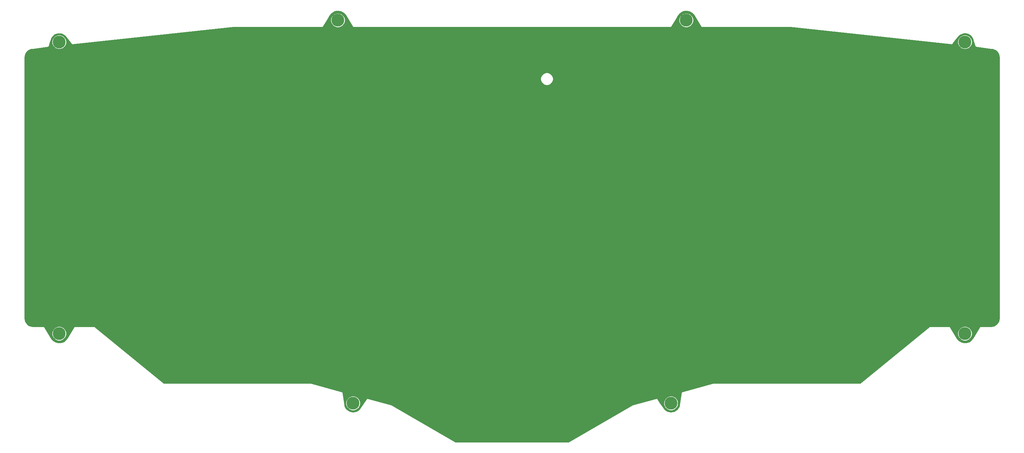
<source format=gbr>
G04 #@! TF.GenerationSoftware,KiCad,Pcbnew,(5.1.4-0)*
G04 #@! TF.CreationDate,2021-10-17T15:00:13-05:00*
G04 #@! TF.ProjectId,bottom_plate,626f7474-6f6d-45f7-906c-6174652e6b69,rev?*
G04 #@! TF.SameCoordinates,Original*
G04 #@! TF.FileFunction,Copper,L1,Top*
G04 #@! TF.FilePolarity,Positive*
%FSLAX46Y46*%
G04 Gerber Fmt 4.6, Leading zero omitted, Abs format (unit mm)*
G04 Created by KiCad (PCBNEW (5.1.4-0)) date 2021-10-17 15:00:13*
%MOMM*%
%LPD*%
G04 APERTURE LIST*
%ADD10C,3.500000*%
%ADD11C,0.500000*%
%ADD12C,0.254000*%
G04 APERTURE END LIST*
D10*
X73819060Y-79176797D03*
X73820040Y-158948739D03*
X150019380Y-73223743D03*
X154187295Y-177998755D03*
X245269780Y-73223743D03*
X241102993Y-177998755D03*
X321470256Y-79176797D03*
X321470100Y-158948675D03*
D11*
X323851535Y-100012710D03*
D12*
G36*
X245918243Y-70799193D02*
G01*
X246376820Y-70971241D01*
X246793240Y-71229082D01*
X247151653Y-71562898D01*
X247441342Y-71964046D01*
X247515825Y-72101802D01*
X247517266Y-72104845D01*
X249305105Y-75084577D01*
X249310388Y-75094461D01*
X249317548Y-75103185D01*
X249324260Y-75112227D01*
X249327019Y-75114725D01*
X249329383Y-75117606D01*
X249338101Y-75124761D01*
X249346454Y-75132325D01*
X249349648Y-75134238D01*
X249352528Y-75136601D01*
X249362473Y-75141917D01*
X249372142Y-75147706D01*
X249375648Y-75148959D01*
X249378934Y-75150715D01*
X249389731Y-75153990D01*
X249400339Y-75157780D01*
X249404020Y-75158324D01*
X249407586Y-75159406D01*
X249418812Y-75160512D01*
X249429958Y-75162160D01*
X249441130Y-75161606D01*
X273837029Y-75161606D01*
X317876861Y-79922649D01*
X317886460Y-79924359D01*
X317899192Y-79924103D01*
X317911901Y-79924224D01*
X317914125Y-79923804D01*
X317916395Y-79923758D01*
X317928831Y-79921024D01*
X317941322Y-79918663D01*
X317943424Y-79917816D01*
X317945638Y-79917329D01*
X317957283Y-79912229D01*
X317969092Y-79907469D01*
X317970992Y-79906225D01*
X317973064Y-79905318D01*
X317983480Y-79898052D01*
X317994144Y-79891072D01*
X317995765Y-79889482D01*
X317997621Y-79888187D01*
X318006420Y-79879028D01*
X318015517Y-79870103D01*
X318021014Y-79862043D01*
X318716437Y-78979125D01*
X319463256Y-78979125D01*
X319463256Y-79374469D01*
X319540384Y-79762217D01*
X319691676Y-80127468D01*
X319911317Y-80456185D01*
X320190868Y-80735736D01*
X320519585Y-80955377D01*
X320884836Y-81106669D01*
X321272584Y-81183797D01*
X321667928Y-81183797D01*
X322055676Y-81106669D01*
X322420927Y-80955377D01*
X322749644Y-80735736D01*
X323029195Y-80456185D01*
X323248836Y-80127468D01*
X323400128Y-79762217D01*
X323477256Y-79374469D01*
X323477256Y-78979125D01*
X323400128Y-78591377D01*
X323248836Y-78226126D01*
X323029195Y-77897409D01*
X322749644Y-77617858D01*
X322420927Y-77398217D01*
X322055676Y-77246925D01*
X321667928Y-77169797D01*
X321272584Y-77169797D01*
X320884836Y-77246925D01*
X320519585Y-77398217D01*
X320190868Y-77617858D01*
X319911317Y-77897409D01*
X319691676Y-78226126D01*
X319540384Y-78591377D01*
X319463256Y-78979125D01*
X318716437Y-78979125D01*
X319843658Y-77547993D01*
X320189612Y-77263847D01*
X320585560Y-77051564D01*
X321015196Y-76920232D01*
X321462166Y-76874850D01*
X321909435Y-76917149D01*
X322339968Y-77045516D01*
X322737369Y-77255064D01*
X323086501Y-77537812D01*
X323374064Y-77882986D01*
X323589823Y-78278758D01*
X323704514Y-78621206D01*
X323704804Y-78622482D01*
X324298550Y-80403278D01*
X324298865Y-80405328D01*
X324303266Y-80417423D01*
X324304985Y-80422579D01*
X324305833Y-80424477D01*
X324309103Y-80433465D01*
X324311920Y-80438108D01*
X324314136Y-80443071D01*
X324319670Y-80450884D01*
X324324633Y-80459064D01*
X324328301Y-80463067D01*
X324331443Y-80467503D01*
X324338402Y-80474092D01*
X324344860Y-80481141D01*
X324349233Y-80484348D01*
X324353185Y-80488090D01*
X324361298Y-80493196D01*
X324369004Y-80498847D01*
X324373924Y-80501142D01*
X324378526Y-80504038D01*
X324387473Y-80507461D01*
X324396139Y-80511503D01*
X324401411Y-80512794D01*
X324406490Y-80514737D01*
X324415925Y-80516347D01*
X324417938Y-80516840D01*
X324423308Y-80517607D01*
X324436005Y-80519774D01*
X324438080Y-80519717D01*
X328599903Y-81114263D01*
X328603237Y-81114409D01*
X329046868Y-81157908D01*
X329463238Y-81283617D01*
X329847258Y-81487804D01*
X330184307Y-81762694D01*
X330461539Y-82097811D01*
X330668406Y-82480404D01*
X330797019Y-82895882D01*
X330843234Y-83335591D01*
X330843264Y-83344232D01*
X330843289Y-154774035D01*
X330800116Y-155214340D01*
X330674407Y-155630710D01*
X330470219Y-156014731D01*
X330195330Y-156351779D01*
X329860213Y-156629011D01*
X329477620Y-156835878D01*
X329062142Y-156964491D01*
X328622433Y-157010706D01*
X328613744Y-157010736D01*
X325641209Y-157010801D01*
X325630022Y-157010246D01*
X325618862Y-157011896D01*
X325607647Y-157013001D01*
X325604085Y-157014081D01*
X325600403Y-157014626D01*
X325589784Y-157018420D01*
X325578995Y-157021693D01*
X325575713Y-157023447D01*
X325572207Y-157024700D01*
X325562532Y-157030493D01*
X325552590Y-157035807D01*
X325549714Y-157038167D01*
X325546518Y-157040081D01*
X325538153Y-157047656D01*
X325529445Y-157054803D01*
X325527085Y-157057678D01*
X325524325Y-157060178D01*
X325517599Y-157069238D01*
X325510451Y-157077948D01*
X325505181Y-157087807D01*
X323721996Y-160059783D01*
X323454158Y-160485676D01*
X323117851Y-160841747D01*
X322718782Y-161125716D01*
X322272162Y-161326762D01*
X321794999Y-161437230D01*
X321305463Y-161452914D01*
X320822206Y-161373214D01*
X320363630Y-161201165D01*
X319947208Y-160943324D01*
X319588795Y-160609508D01*
X319299109Y-160208364D01*
X319224623Y-160070605D01*
X319223181Y-160067559D01*
X318433248Y-158751003D01*
X319463100Y-158751003D01*
X319463100Y-159146347D01*
X319540228Y-159534095D01*
X319691520Y-159899346D01*
X319911161Y-160228063D01*
X320190712Y-160507614D01*
X320519429Y-160727255D01*
X320884680Y-160878547D01*
X321272428Y-160955675D01*
X321667772Y-160955675D01*
X322055520Y-160878547D01*
X322420771Y-160727255D01*
X322749488Y-160507614D01*
X323029039Y-160228063D01*
X323248680Y-159899346D01*
X323399972Y-159534095D01*
X323477100Y-159146347D01*
X323477100Y-158751003D01*
X323399972Y-158363255D01*
X323248680Y-157998004D01*
X323029039Y-157669287D01*
X322749488Y-157389736D01*
X322420771Y-157170095D01*
X322055520Y-157018803D01*
X321667772Y-156941675D01*
X321272428Y-156941675D01*
X320884680Y-157018803D01*
X320519429Y-157170095D01*
X320190712Y-157389736D01*
X319911161Y-157669287D01*
X319691520Y-157998004D01*
X319540228Y-158363255D01*
X319463100Y-158751003D01*
X318433248Y-158751003D01*
X317435344Y-157087832D01*
X317430054Y-157077937D01*
X317422898Y-157069219D01*
X317416187Y-157060178D01*
X317413422Y-157057674D01*
X317411057Y-157054793D01*
X317402349Y-157047647D01*
X317393993Y-157040081D01*
X317390794Y-157038165D01*
X317387911Y-157035800D01*
X317377971Y-157030488D01*
X317368304Y-157024700D01*
X317364793Y-157023445D01*
X317361504Y-157021688D01*
X317350718Y-157018417D01*
X317340108Y-157014626D01*
X317336421Y-157014081D01*
X317332851Y-157012998D01*
X317321635Y-157011894D01*
X317310489Y-157010246D01*
X317299303Y-157010801D01*
X311945614Y-157011160D01*
X311931056Y-157011089D01*
X311923307Y-157012591D01*
X311915478Y-157013363D01*
X311908669Y-157015429D01*
X311901662Y-157016787D01*
X311894365Y-157019768D01*
X311886827Y-157022055D01*
X311880538Y-157025417D01*
X311873944Y-157028111D01*
X311867375Y-157032454D01*
X311860422Y-157036171D01*
X311849235Y-157045353D01*
X292842909Y-172488732D01*
X252703760Y-172488732D01*
X252700528Y-172489050D01*
X252700120Y-172489040D01*
X252699438Y-172489158D01*
X252681425Y-172490932D01*
X252652773Y-172499623D01*
X252652029Y-172500021D01*
X244047412Y-174873073D01*
X244041456Y-174873982D01*
X244033009Y-174877045D01*
X244031594Y-174877435D01*
X244026055Y-174879566D01*
X244013308Y-174884188D01*
X244012026Y-174884964D01*
X244010648Y-174885494D01*
X243999281Y-174892677D01*
X243987692Y-174899691D01*
X243986594Y-174900695D01*
X243985337Y-174901489D01*
X243975565Y-174910776D01*
X243965592Y-174919893D01*
X243964709Y-174921094D01*
X243963634Y-174922116D01*
X243955886Y-174933097D01*
X243947859Y-174944017D01*
X243947225Y-174945371D01*
X243946372Y-174946581D01*
X243940913Y-174958866D01*
X243935173Y-174971138D01*
X243934817Y-174972586D01*
X243934214Y-174973943D01*
X243931247Y-174987102D01*
X243929813Y-174992932D01*
X243929602Y-174994395D01*
X243927628Y-175003151D01*
X243927475Y-175009168D01*
X243430890Y-178457944D01*
X243294233Y-178907457D01*
X243076076Y-179315861D01*
X242782746Y-179674114D01*
X242425417Y-179968570D01*
X242017702Y-180188011D01*
X241575132Y-180324080D01*
X241114553Y-180371596D01*
X240653521Y-180328747D01*
X240209593Y-180197167D01*
X239799677Y-179981865D01*
X239433824Y-179686555D01*
X239431600Y-179684349D01*
X238113665Y-177801083D01*
X239095993Y-177801083D01*
X239095993Y-178196427D01*
X239173121Y-178584175D01*
X239324413Y-178949426D01*
X239544054Y-179278143D01*
X239823605Y-179557694D01*
X240152322Y-179777335D01*
X240517573Y-179928627D01*
X240905321Y-180005755D01*
X241300665Y-180005755D01*
X241688413Y-179928627D01*
X242053664Y-179777335D01*
X242382381Y-179557694D01*
X242661932Y-179278143D01*
X242881573Y-178949426D01*
X243032865Y-178584175D01*
X243109993Y-178196427D01*
X243109993Y-177801083D01*
X243032865Y-177413335D01*
X242881573Y-177048084D01*
X242661932Y-176719367D01*
X242382381Y-176439816D01*
X242053664Y-176220175D01*
X241688413Y-176068883D01*
X241300665Y-175991755D01*
X240905321Y-175991755D01*
X240517573Y-176068883D01*
X240152322Y-176220175D01*
X239823605Y-176439816D01*
X239544054Y-176719367D01*
X239324413Y-177048084D01*
X239173121Y-177413335D01*
X239095993Y-177801083D01*
X238113665Y-177801083D01*
X237359809Y-176723860D01*
X237353867Y-176714399D01*
X237346110Y-176706190D01*
X237338757Y-176697614D01*
X237335846Y-176695329D01*
X237333303Y-176692637D01*
X237324087Y-176686095D01*
X237315208Y-176679123D01*
X237311908Y-176677449D01*
X237308887Y-176675305D01*
X237298579Y-176670690D01*
X237288505Y-176665581D01*
X237284938Y-176664582D01*
X237281560Y-176663070D01*
X237270549Y-176660554D01*
X237259671Y-176657509D01*
X237255980Y-176657226D01*
X237252371Y-176656401D01*
X237241085Y-176656082D01*
X237229819Y-176655217D01*
X237226140Y-176655660D01*
X237222441Y-176655555D01*
X237211310Y-176657444D01*
X237200092Y-176658793D01*
X237189472Y-176662266D01*
X230647466Y-178446450D01*
X230635697Y-178449185D01*
X230626226Y-178453467D01*
X230616516Y-178457171D01*
X230606299Y-178463587D01*
X213082618Y-188562390D01*
X182207268Y-188562156D01*
X164684012Y-178463601D01*
X164673771Y-178457170D01*
X164664045Y-178453460D01*
X164654590Y-178449185D01*
X164642852Y-178446457D01*
X158100821Y-176662268D01*
X158090196Y-176658793D01*
X158078965Y-176657442D01*
X158067845Y-176655555D01*
X158064154Y-176655659D01*
X158060469Y-176655216D01*
X158049190Y-176656082D01*
X158037917Y-176656401D01*
X158034308Y-176657225D01*
X158030616Y-176657509D01*
X158019741Y-176660553D01*
X158008728Y-176663069D01*
X158005350Y-176664581D01*
X158001783Y-176665580D01*
X157991702Y-176670693D01*
X157981401Y-176675305D01*
X157978383Y-176677447D01*
X157975079Y-176679123D01*
X157966191Y-176686102D01*
X157956985Y-176692637D01*
X157954445Y-176695325D01*
X157951530Y-176697614D01*
X157944168Y-176706201D01*
X157936421Y-176714399D01*
X157930488Y-176723846D01*
X155862302Y-179679185D01*
X155507829Y-179970444D01*
X155099802Y-180189308D01*
X154657035Y-180324748D01*
X154196397Y-180371611D01*
X153735422Y-180328108D01*
X153291678Y-180195896D01*
X152882072Y-179980016D01*
X152522191Y-179688682D01*
X152225753Y-179332997D01*
X152004047Y-178926508D01*
X151863384Y-178477896D01*
X151860533Y-178463956D01*
X151860028Y-178462320D01*
X151764818Y-177801083D01*
X152180295Y-177801083D01*
X152180295Y-178196427D01*
X152257423Y-178584175D01*
X152408715Y-178949426D01*
X152628356Y-179278143D01*
X152907907Y-179557694D01*
X153236624Y-179777335D01*
X153601875Y-179928627D01*
X153989623Y-180005755D01*
X154384967Y-180005755D01*
X154772715Y-179928627D01*
X155137966Y-179777335D01*
X155466683Y-179557694D01*
X155746234Y-179278143D01*
X155965875Y-178949426D01*
X156117167Y-178584175D01*
X156194295Y-178196427D01*
X156194295Y-177801083D01*
X156117167Y-177413335D01*
X155965875Y-177048084D01*
X155746234Y-176719367D01*
X155466683Y-176439816D01*
X155137966Y-176220175D01*
X154772715Y-176068883D01*
X154384967Y-175991755D01*
X153989623Y-175991755D01*
X153601875Y-176068883D01*
X153236624Y-176220175D01*
X152907907Y-176439816D01*
X152628356Y-176719367D01*
X152408715Y-177048084D01*
X152257423Y-177413335D01*
X152180295Y-177801083D01*
X151764818Y-177801083D01*
X151362813Y-175009178D01*
X151362660Y-175003150D01*
X151360683Y-174994380D01*
X151360474Y-174992932D01*
X151359055Y-174987162D01*
X151356074Y-174973942D01*
X151355468Y-174972579D01*
X151355114Y-174971138D01*
X151349403Y-174958928D01*
X151343916Y-174946580D01*
X151343058Y-174945364D01*
X151342428Y-174944017D01*
X151334436Y-174933144D01*
X151326654Y-174922115D01*
X151325576Y-174921090D01*
X151324695Y-174919892D01*
X151314760Y-174910811D01*
X151304951Y-174901488D01*
X151303687Y-174900689D01*
X151302595Y-174899691D01*
X151291080Y-174892722D01*
X151279641Y-174885493D01*
X151278253Y-174884959D01*
X151276979Y-174884188D01*
X151264300Y-174879591D01*
X151258694Y-174877434D01*
X151257263Y-174877039D01*
X151248831Y-174873982D01*
X151242886Y-174873074D01*
X142638254Y-172500019D01*
X142637512Y-172499623D01*
X142608860Y-172490932D01*
X142590852Y-172489158D01*
X142590167Y-172489040D01*
X142589757Y-172489050D01*
X142586525Y-172488732D01*
X102448149Y-172489350D01*
X83441343Y-157045360D01*
X83430148Y-157036171D01*
X83423195Y-157032454D01*
X83416626Y-157028111D01*
X83410034Y-157025418D01*
X83403743Y-157022055D01*
X83396198Y-157019766D01*
X83388908Y-157016788D01*
X83381908Y-157015431D01*
X83375092Y-157013363D01*
X83367260Y-157012591D01*
X83359514Y-157011089D01*
X83344956Y-157011160D01*
X77990993Y-157010801D01*
X77979806Y-157010246D01*
X77968658Y-157011894D01*
X77957445Y-157012998D01*
X77953876Y-157014081D01*
X77950187Y-157014626D01*
X77939572Y-157018419D01*
X77928792Y-157021688D01*
X77925505Y-157023444D01*
X77921991Y-157024700D01*
X77912315Y-157030493D01*
X77902385Y-157035800D01*
X77899505Y-157038163D01*
X77896302Y-157040081D01*
X77887941Y-157047653D01*
X77879239Y-157054793D01*
X77876874Y-157057674D01*
X77874109Y-157060178D01*
X77867388Y-157069230D01*
X77860242Y-157077937D01*
X77854965Y-157087808D01*
X76071780Y-160059783D01*
X75803942Y-160485676D01*
X75467635Y-160841747D01*
X75068566Y-161125716D01*
X74621946Y-161326762D01*
X74144783Y-161437230D01*
X73655247Y-161452914D01*
X73171990Y-161373214D01*
X72713414Y-161201165D01*
X72296992Y-160943324D01*
X71938579Y-160609508D01*
X71648893Y-160208364D01*
X71574407Y-160070605D01*
X71572965Y-160067559D01*
X70783070Y-158751067D01*
X71813040Y-158751067D01*
X71813040Y-159146411D01*
X71890168Y-159534159D01*
X72041460Y-159899410D01*
X72261101Y-160228127D01*
X72540652Y-160507678D01*
X72869369Y-160727319D01*
X73234620Y-160878611D01*
X73622368Y-160955739D01*
X74017712Y-160955739D01*
X74405460Y-160878611D01*
X74770711Y-160727319D01*
X75099428Y-160507678D01*
X75378979Y-160228127D01*
X75598620Y-159899410D01*
X75749912Y-159534159D01*
X75827040Y-159146411D01*
X75827040Y-158751067D01*
X75749912Y-158363319D01*
X75598620Y-157998068D01*
X75378979Y-157669351D01*
X75099428Y-157389800D01*
X74770711Y-157170159D01*
X74405460Y-157018867D01*
X74017712Y-156941739D01*
X73622368Y-156941739D01*
X73234620Y-157018867D01*
X72869369Y-157170159D01*
X72540652Y-157389800D01*
X72261101Y-157669351D01*
X72041460Y-157998068D01*
X71890168Y-158363319D01*
X71813040Y-158751067D01*
X70783070Y-158751067D01*
X69785122Y-157087822D01*
X69779833Y-157077930D01*
X69772682Y-157069219D01*
X69765971Y-157060178D01*
X69763203Y-157057671D01*
X69760835Y-157054787D01*
X69752128Y-157047643D01*
X69743777Y-157040081D01*
X69740575Y-157038164D01*
X69737688Y-157035795D01*
X69727745Y-157030482D01*
X69718088Y-157024700D01*
X69714576Y-157023445D01*
X69711280Y-157021684D01*
X69700494Y-157018414D01*
X69689892Y-157014626D01*
X69686199Y-157014080D01*
X69682627Y-157012997D01*
X69671424Y-157011895D01*
X69660273Y-157010246D01*
X69649075Y-157010801D01*
X66682711Y-157011159D01*
X66242424Y-156967988D01*
X65826054Y-156842279D01*
X65442033Y-156638091D01*
X65104985Y-156363202D01*
X64827753Y-156028085D01*
X64620886Y-155645492D01*
X64492273Y-155230014D01*
X64446058Y-154790305D01*
X64446027Y-154781378D01*
X64446019Y-154781299D01*
X64446027Y-89124201D01*
X205412620Y-89124201D01*
X205412620Y-89470299D01*
X205480141Y-89809748D01*
X205612587Y-90129501D01*
X205804869Y-90417272D01*
X206049598Y-90662001D01*
X206337369Y-90854283D01*
X206657122Y-90986729D01*
X206996571Y-91054250D01*
X207342669Y-91054250D01*
X207682118Y-90986729D01*
X208001871Y-90854283D01*
X208289642Y-90662001D01*
X208534371Y-90417272D01*
X208726653Y-90129501D01*
X208859099Y-89809748D01*
X208926620Y-89470299D01*
X208926620Y-89124201D01*
X208859099Y-88784752D01*
X208726653Y-88464999D01*
X208534371Y-88177228D01*
X208289642Y-87932499D01*
X208001871Y-87740217D01*
X207682118Y-87607771D01*
X207342669Y-87540250D01*
X206996571Y-87540250D01*
X206657122Y-87607771D01*
X206337369Y-87740217D01*
X206049598Y-87932499D01*
X205804869Y-88177228D01*
X205612587Y-88464999D01*
X205480141Y-88784752D01*
X205412620Y-89124201D01*
X64446027Y-89124201D01*
X64446028Y-83351427D01*
X64489200Y-82911132D01*
X64614909Y-82494762D01*
X64819096Y-82110742D01*
X65093986Y-81773693D01*
X65429103Y-81496461D01*
X65811696Y-81289594D01*
X66227174Y-81160981D01*
X66665085Y-81114955D01*
X66666963Y-81115244D01*
X66689383Y-81114264D01*
X70852214Y-80519717D01*
X70854290Y-80519774D01*
X70866978Y-80517609D01*
X70872353Y-80516841D01*
X70874373Y-80516347D01*
X70883805Y-80514737D01*
X70888872Y-80512798D01*
X70894153Y-80511506D01*
X70902842Y-80507454D01*
X70911770Y-80504038D01*
X70916359Y-80501150D01*
X70921288Y-80498851D01*
X70929021Y-80493180D01*
X70937110Y-80488089D01*
X70941047Y-80484361D01*
X70945433Y-80481145D01*
X70951910Y-80474076D01*
X70958852Y-80467503D01*
X70961986Y-80463079D01*
X70965660Y-80459069D01*
X70970636Y-80450867D01*
X70976159Y-80443071D01*
X70978369Y-80438123D01*
X70981192Y-80433470D01*
X70984469Y-80424465D01*
X70985311Y-80422579D01*
X70987019Y-80417456D01*
X70991430Y-80405334D01*
X70991746Y-80403278D01*
X71466581Y-78979125D01*
X71812060Y-78979125D01*
X71812060Y-79374469D01*
X71889188Y-79762217D01*
X72040480Y-80127468D01*
X72260121Y-80456185D01*
X72539672Y-80735736D01*
X72868389Y-80955377D01*
X73233640Y-81106669D01*
X73621388Y-81183797D01*
X74016732Y-81183797D01*
X74404480Y-81106669D01*
X74769731Y-80955377D01*
X75098448Y-80735736D01*
X75377999Y-80456185D01*
X75597640Y-80127468D01*
X75748932Y-79762217D01*
X75826060Y-79374469D01*
X75826060Y-78979125D01*
X75748932Y-78591377D01*
X75597640Y-78226126D01*
X75377999Y-77897409D01*
X75098448Y-77617858D01*
X74769731Y-77398217D01*
X74404480Y-77246925D01*
X74016732Y-77169797D01*
X73621388Y-77169797D01*
X73233640Y-77246925D01*
X72868389Y-77398217D01*
X72539672Y-77617858D01*
X72260121Y-77897409D01*
X72040480Y-78226126D01*
X71889188Y-78591377D01*
X71812060Y-78979125D01*
X71466581Y-78979125D01*
X71584741Y-78624735D01*
X71737924Y-78195386D01*
X71968207Y-77809624D01*
X72269028Y-77475944D01*
X72628932Y-77207047D01*
X73034215Y-77013175D01*
X73469432Y-76901717D01*
X73918009Y-76876915D01*
X74362868Y-76939716D01*
X74787045Y-77087724D01*
X75175695Y-77316065D01*
X75445710Y-77546813D01*
X77269293Y-79862059D01*
X77274780Y-79870103D01*
X77283849Y-79879001D01*
X77292674Y-79888187D01*
X77294534Y-79889485D01*
X77296152Y-79891072D01*
X77306793Y-79898037D01*
X77317231Y-79905318D01*
X77319309Y-79906228D01*
X77321205Y-79907469D01*
X77332989Y-79912219D01*
X77344657Y-79917329D01*
X77346876Y-79917817D01*
X77348975Y-79918663D01*
X77361455Y-79921022D01*
X77373900Y-79923758D01*
X77376171Y-79923804D01*
X77378395Y-79924224D01*
X77391103Y-79924103D01*
X77403836Y-79924359D01*
X77413436Y-79922649D01*
X121453277Y-75161606D01*
X145849166Y-75161606D01*
X145860337Y-75162160D01*
X145871481Y-75160512D01*
X145882710Y-75159406D01*
X145886277Y-75158324D01*
X145889956Y-75157780D01*
X145900556Y-75153993D01*
X145911362Y-75150715D01*
X145914652Y-75148956D01*
X145918152Y-75147706D01*
X145927807Y-75141925D01*
X145937768Y-75136601D01*
X145940651Y-75134235D01*
X145943841Y-75132325D01*
X145952185Y-75124769D01*
X145960913Y-75117606D01*
X145963280Y-75114722D01*
X145966034Y-75112228D01*
X145972736Y-75103199D01*
X145979908Y-75094461D01*
X145985199Y-75084562D01*
X147220295Y-73026071D01*
X148012380Y-73026071D01*
X148012380Y-73421415D01*
X148089508Y-73809163D01*
X148240800Y-74174414D01*
X148460441Y-74503131D01*
X148739992Y-74782682D01*
X149068709Y-75002323D01*
X149433960Y-75153615D01*
X149821708Y-75230743D01*
X150217052Y-75230743D01*
X150604800Y-75153615D01*
X150970051Y-75002323D01*
X151298768Y-74782682D01*
X151578319Y-74503131D01*
X151797960Y-74174414D01*
X151949252Y-73809163D01*
X152026380Y-73421415D01*
X152026380Y-73026071D01*
X151949252Y-72638323D01*
X151797960Y-72273072D01*
X151578319Y-71944355D01*
X151298768Y-71664804D01*
X150970051Y-71445163D01*
X150604800Y-71293871D01*
X150217052Y-71216743D01*
X149821708Y-71216743D01*
X149433960Y-71293871D01*
X149068709Y-71445163D01*
X148739992Y-71664804D01*
X148460441Y-71944355D01*
X148240800Y-72273072D01*
X148089508Y-72638323D01*
X148012380Y-73026071D01*
X147220295Y-73026071D01*
X147768364Y-72112624D01*
X148036199Y-71686733D01*
X148372509Y-71330659D01*
X148771576Y-71046691D01*
X149218197Y-70845644D01*
X149695361Y-70735176D01*
X150184897Y-70719492D01*
X150668155Y-70799193D01*
X151126732Y-70971241D01*
X151543152Y-71229082D01*
X151901565Y-71562898D01*
X152191254Y-71964046D01*
X152265737Y-72101802D01*
X152267178Y-72104845D01*
X154055017Y-75084577D01*
X154060300Y-75094461D01*
X154067460Y-75103185D01*
X154074172Y-75112227D01*
X154076931Y-75114725D01*
X154079295Y-75117606D01*
X154088013Y-75124761D01*
X154096366Y-75132325D01*
X154099560Y-75134238D01*
X154102440Y-75136601D01*
X154112385Y-75141917D01*
X154122054Y-75147706D01*
X154125560Y-75148959D01*
X154128846Y-75150715D01*
X154139643Y-75153990D01*
X154150251Y-75157780D01*
X154153932Y-75158324D01*
X154157498Y-75159406D01*
X154168724Y-75160512D01*
X154179870Y-75162160D01*
X154191042Y-75161606D01*
X241099254Y-75161606D01*
X241110425Y-75162160D01*
X241121569Y-75160512D01*
X241132798Y-75159406D01*
X241136365Y-75158324D01*
X241140044Y-75157780D01*
X241150644Y-75153993D01*
X241161450Y-75150715D01*
X241164740Y-75148956D01*
X241168240Y-75147706D01*
X241177895Y-75141925D01*
X241187856Y-75136601D01*
X241190739Y-75134235D01*
X241193929Y-75132325D01*
X241202273Y-75124769D01*
X241211001Y-75117606D01*
X241213368Y-75114722D01*
X241216122Y-75112228D01*
X241222824Y-75103199D01*
X241229996Y-75094461D01*
X241235287Y-75084562D01*
X242470383Y-73026071D01*
X243262780Y-73026071D01*
X243262780Y-73421415D01*
X243339908Y-73809163D01*
X243491200Y-74174414D01*
X243710841Y-74503131D01*
X243990392Y-74782682D01*
X244319109Y-75002323D01*
X244684360Y-75153615D01*
X245072108Y-75230743D01*
X245467452Y-75230743D01*
X245855200Y-75153615D01*
X246220451Y-75002323D01*
X246549168Y-74782682D01*
X246828719Y-74503131D01*
X247048360Y-74174414D01*
X247199652Y-73809163D01*
X247276780Y-73421415D01*
X247276780Y-73026071D01*
X247199652Y-72638323D01*
X247048360Y-72273072D01*
X246828719Y-71944355D01*
X246549168Y-71664804D01*
X246220451Y-71445163D01*
X245855200Y-71293871D01*
X245467452Y-71216743D01*
X245072108Y-71216743D01*
X244684360Y-71293871D01*
X244319109Y-71445163D01*
X243990392Y-71664804D01*
X243710841Y-71944355D01*
X243491200Y-72273072D01*
X243339908Y-72638323D01*
X243262780Y-73026071D01*
X242470383Y-73026071D01*
X243018452Y-72112624D01*
X243286287Y-71686733D01*
X243622597Y-71330659D01*
X244021664Y-71046691D01*
X244468285Y-70845644D01*
X244945449Y-70735176D01*
X245434985Y-70719492D01*
X245918243Y-70799193D01*
X245918243Y-70799193D01*
G37*
X245918243Y-70799193D02*
X246376820Y-70971241D01*
X246793240Y-71229082D01*
X247151653Y-71562898D01*
X247441342Y-71964046D01*
X247515825Y-72101802D01*
X247517266Y-72104845D01*
X249305105Y-75084577D01*
X249310388Y-75094461D01*
X249317548Y-75103185D01*
X249324260Y-75112227D01*
X249327019Y-75114725D01*
X249329383Y-75117606D01*
X249338101Y-75124761D01*
X249346454Y-75132325D01*
X249349648Y-75134238D01*
X249352528Y-75136601D01*
X249362473Y-75141917D01*
X249372142Y-75147706D01*
X249375648Y-75148959D01*
X249378934Y-75150715D01*
X249389731Y-75153990D01*
X249400339Y-75157780D01*
X249404020Y-75158324D01*
X249407586Y-75159406D01*
X249418812Y-75160512D01*
X249429958Y-75162160D01*
X249441130Y-75161606D01*
X273837029Y-75161606D01*
X317876861Y-79922649D01*
X317886460Y-79924359D01*
X317899192Y-79924103D01*
X317911901Y-79924224D01*
X317914125Y-79923804D01*
X317916395Y-79923758D01*
X317928831Y-79921024D01*
X317941322Y-79918663D01*
X317943424Y-79917816D01*
X317945638Y-79917329D01*
X317957283Y-79912229D01*
X317969092Y-79907469D01*
X317970992Y-79906225D01*
X317973064Y-79905318D01*
X317983480Y-79898052D01*
X317994144Y-79891072D01*
X317995765Y-79889482D01*
X317997621Y-79888187D01*
X318006420Y-79879028D01*
X318015517Y-79870103D01*
X318021014Y-79862043D01*
X318716437Y-78979125D01*
X319463256Y-78979125D01*
X319463256Y-79374469D01*
X319540384Y-79762217D01*
X319691676Y-80127468D01*
X319911317Y-80456185D01*
X320190868Y-80735736D01*
X320519585Y-80955377D01*
X320884836Y-81106669D01*
X321272584Y-81183797D01*
X321667928Y-81183797D01*
X322055676Y-81106669D01*
X322420927Y-80955377D01*
X322749644Y-80735736D01*
X323029195Y-80456185D01*
X323248836Y-80127468D01*
X323400128Y-79762217D01*
X323477256Y-79374469D01*
X323477256Y-78979125D01*
X323400128Y-78591377D01*
X323248836Y-78226126D01*
X323029195Y-77897409D01*
X322749644Y-77617858D01*
X322420927Y-77398217D01*
X322055676Y-77246925D01*
X321667928Y-77169797D01*
X321272584Y-77169797D01*
X320884836Y-77246925D01*
X320519585Y-77398217D01*
X320190868Y-77617858D01*
X319911317Y-77897409D01*
X319691676Y-78226126D01*
X319540384Y-78591377D01*
X319463256Y-78979125D01*
X318716437Y-78979125D01*
X319843658Y-77547993D01*
X320189612Y-77263847D01*
X320585560Y-77051564D01*
X321015196Y-76920232D01*
X321462166Y-76874850D01*
X321909435Y-76917149D01*
X322339968Y-77045516D01*
X322737369Y-77255064D01*
X323086501Y-77537812D01*
X323374064Y-77882986D01*
X323589823Y-78278758D01*
X323704514Y-78621206D01*
X323704804Y-78622482D01*
X324298550Y-80403278D01*
X324298865Y-80405328D01*
X324303266Y-80417423D01*
X324304985Y-80422579D01*
X324305833Y-80424477D01*
X324309103Y-80433465D01*
X324311920Y-80438108D01*
X324314136Y-80443071D01*
X324319670Y-80450884D01*
X324324633Y-80459064D01*
X324328301Y-80463067D01*
X324331443Y-80467503D01*
X324338402Y-80474092D01*
X324344860Y-80481141D01*
X324349233Y-80484348D01*
X324353185Y-80488090D01*
X324361298Y-80493196D01*
X324369004Y-80498847D01*
X324373924Y-80501142D01*
X324378526Y-80504038D01*
X324387473Y-80507461D01*
X324396139Y-80511503D01*
X324401411Y-80512794D01*
X324406490Y-80514737D01*
X324415925Y-80516347D01*
X324417938Y-80516840D01*
X324423308Y-80517607D01*
X324436005Y-80519774D01*
X324438080Y-80519717D01*
X328599903Y-81114263D01*
X328603237Y-81114409D01*
X329046868Y-81157908D01*
X329463238Y-81283617D01*
X329847258Y-81487804D01*
X330184307Y-81762694D01*
X330461539Y-82097811D01*
X330668406Y-82480404D01*
X330797019Y-82895882D01*
X330843234Y-83335591D01*
X330843264Y-83344232D01*
X330843289Y-154774035D01*
X330800116Y-155214340D01*
X330674407Y-155630710D01*
X330470219Y-156014731D01*
X330195330Y-156351779D01*
X329860213Y-156629011D01*
X329477620Y-156835878D01*
X329062142Y-156964491D01*
X328622433Y-157010706D01*
X328613744Y-157010736D01*
X325641209Y-157010801D01*
X325630022Y-157010246D01*
X325618862Y-157011896D01*
X325607647Y-157013001D01*
X325604085Y-157014081D01*
X325600403Y-157014626D01*
X325589784Y-157018420D01*
X325578995Y-157021693D01*
X325575713Y-157023447D01*
X325572207Y-157024700D01*
X325562532Y-157030493D01*
X325552590Y-157035807D01*
X325549714Y-157038167D01*
X325546518Y-157040081D01*
X325538153Y-157047656D01*
X325529445Y-157054803D01*
X325527085Y-157057678D01*
X325524325Y-157060178D01*
X325517599Y-157069238D01*
X325510451Y-157077948D01*
X325505181Y-157087807D01*
X323721996Y-160059783D01*
X323454158Y-160485676D01*
X323117851Y-160841747D01*
X322718782Y-161125716D01*
X322272162Y-161326762D01*
X321794999Y-161437230D01*
X321305463Y-161452914D01*
X320822206Y-161373214D01*
X320363630Y-161201165D01*
X319947208Y-160943324D01*
X319588795Y-160609508D01*
X319299109Y-160208364D01*
X319224623Y-160070605D01*
X319223181Y-160067559D01*
X318433248Y-158751003D01*
X319463100Y-158751003D01*
X319463100Y-159146347D01*
X319540228Y-159534095D01*
X319691520Y-159899346D01*
X319911161Y-160228063D01*
X320190712Y-160507614D01*
X320519429Y-160727255D01*
X320884680Y-160878547D01*
X321272428Y-160955675D01*
X321667772Y-160955675D01*
X322055520Y-160878547D01*
X322420771Y-160727255D01*
X322749488Y-160507614D01*
X323029039Y-160228063D01*
X323248680Y-159899346D01*
X323399972Y-159534095D01*
X323477100Y-159146347D01*
X323477100Y-158751003D01*
X323399972Y-158363255D01*
X323248680Y-157998004D01*
X323029039Y-157669287D01*
X322749488Y-157389736D01*
X322420771Y-157170095D01*
X322055520Y-157018803D01*
X321667772Y-156941675D01*
X321272428Y-156941675D01*
X320884680Y-157018803D01*
X320519429Y-157170095D01*
X320190712Y-157389736D01*
X319911161Y-157669287D01*
X319691520Y-157998004D01*
X319540228Y-158363255D01*
X319463100Y-158751003D01*
X318433248Y-158751003D01*
X317435344Y-157087832D01*
X317430054Y-157077937D01*
X317422898Y-157069219D01*
X317416187Y-157060178D01*
X317413422Y-157057674D01*
X317411057Y-157054793D01*
X317402349Y-157047647D01*
X317393993Y-157040081D01*
X317390794Y-157038165D01*
X317387911Y-157035800D01*
X317377971Y-157030488D01*
X317368304Y-157024700D01*
X317364793Y-157023445D01*
X317361504Y-157021688D01*
X317350718Y-157018417D01*
X317340108Y-157014626D01*
X317336421Y-157014081D01*
X317332851Y-157012998D01*
X317321635Y-157011894D01*
X317310489Y-157010246D01*
X317299303Y-157010801D01*
X311945614Y-157011160D01*
X311931056Y-157011089D01*
X311923307Y-157012591D01*
X311915478Y-157013363D01*
X311908669Y-157015429D01*
X311901662Y-157016787D01*
X311894365Y-157019768D01*
X311886827Y-157022055D01*
X311880538Y-157025417D01*
X311873944Y-157028111D01*
X311867375Y-157032454D01*
X311860422Y-157036171D01*
X311849235Y-157045353D01*
X292842909Y-172488732D01*
X252703760Y-172488732D01*
X252700528Y-172489050D01*
X252700120Y-172489040D01*
X252699438Y-172489158D01*
X252681425Y-172490932D01*
X252652773Y-172499623D01*
X252652029Y-172500021D01*
X244047412Y-174873073D01*
X244041456Y-174873982D01*
X244033009Y-174877045D01*
X244031594Y-174877435D01*
X244026055Y-174879566D01*
X244013308Y-174884188D01*
X244012026Y-174884964D01*
X244010648Y-174885494D01*
X243999281Y-174892677D01*
X243987692Y-174899691D01*
X243986594Y-174900695D01*
X243985337Y-174901489D01*
X243975565Y-174910776D01*
X243965592Y-174919893D01*
X243964709Y-174921094D01*
X243963634Y-174922116D01*
X243955886Y-174933097D01*
X243947859Y-174944017D01*
X243947225Y-174945371D01*
X243946372Y-174946581D01*
X243940913Y-174958866D01*
X243935173Y-174971138D01*
X243934817Y-174972586D01*
X243934214Y-174973943D01*
X243931247Y-174987102D01*
X243929813Y-174992932D01*
X243929602Y-174994395D01*
X243927628Y-175003151D01*
X243927475Y-175009168D01*
X243430890Y-178457944D01*
X243294233Y-178907457D01*
X243076076Y-179315861D01*
X242782746Y-179674114D01*
X242425417Y-179968570D01*
X242017702Y-180188011D01*
X241575132Y-180324080D01*
X241114553Y-180371596D01*
X240653521Y-180328747D01*
X240209593Y-180197167D01*
X239799677Y-179981865D01*
X239433824Y-179686555D01*
X239431600Y-179684349D01*
X238113665Y-177801083D01*
X239095993Y-177801083D01*
X239095993Y-178196427D01*
X239173121Y-178584175D01*
X239324413Y-178949426D01*
X239544054Y-179278143D01*
X239823605Y-179557694D01*
X240152322Y-179777335D01*
X240517573Y-179928627D01*
X240905321Y-180005755D01*
X241300665Y-180005755D01*
X241688413Y-179928627D01*
X242053664Y-179777335D01*
X242382381Y-179557694D01*
X242661932Y-179278143D01*
X242881573Y-178949426D01*
X243032865Y-178584175D01*
X243109993Y-178196427D01*
X243109993Y-177801083D01*
X243032865Y-177413335D01*
X242881573Y-177048084D01*
X242661932Y-176719367D01*
X242382381Y-176439816D01*
X242053664Y-176220175D01*
X241688413Y-176068883D01*
X241300665Y-175991755D01*
X240905321Y-175991755D01*
X240517573Y-176068883D01*
X240152322Y-176220175D01*
X239823605Y-176439816D01*
X239544054Y-176719367D01*
X239324413Y-177048084D01*
X239173121Y-177413335D01*
X239095993Y-177801083D01*
X238113665Y-177801083D01*
X237359809Y-176723860D01*
X237353867Y-176714399D01*
X237346110Y-176706190D01*
X237338757Y-176697614D01*
X237335846Y-176695329D01*
X237333303Y-176692637D01*
X237324087Y-176686095D01*
X237315208Y-176679123D01*
X237311908Y-176677449D01*
X237308887Y-176675305D01*
X237298579Y-176670690D01*
X237288505Y-176665581D01*
X237284938Y-176664582D01*
X237281560Y-176663070D01*
X237270549Y-176660554D01*
X237259671Y-176657509D01*
X237255980Y-176657226D01*
X237252371Y-176656401D01*
X237241085Y-176656082D01*
X237229819Y-176655217D01*
X237226140Y-176655660D01*
X237222441Y-176655555D01*
X237211310Y-176657444D01*
X237200092Y-176658793D01*
X237189472Y-176662266D01*
X230647466Y-178446450D01*
X230635697Y-178449185D01*
X230626226Y-178453467D01*
X230616516Y-178457171D01*
X230606299Y-178463587D01*
X213082618Y-188562390D01*
X182207268Y-188562156D01*
X164684012Y-178463601D01*
X164673771Y-178457170D01*
X164664045Y-178453460D01*
X164654590Y-178449185D01*
X164642852Y-178446457D01*
X158100821Y-176662268D01*
X158090196Y-176658793D01*
X158078965Y-176657442D01*
X158067845Y-176655555D01*
X158064154Y-176655659D01*
X158060469Y-176655216D01*
X158049190Y-176656082D01*
X158037917Y-176656401D01*
X158034308Y-176657225D01*
X158030616Y-176657509D01*
X158019741Y-176660553D01*
X158008728Y-176663069D01*
X158005350Y-176664581D01*
X158001783Y-176665580D01*
X157991702Y-176670693D01*
X157981401Y-176675305D01*
X157978383Y-176677447D01*
X157975079Y-176679123D01*
X157966191Y-176686102D01*
X157956985Y-176692637D01*
X157954445Y-176695325D01*
X157951530Y-176697614D01*
X157944168Y-176706201D01*
X157936421Y-176714399D01*
X157930488Y-176723846D01*
X155862302Y-179679185D01*
X155507829Y-179970444D01*
X155099802Y-180189308D01*
X154657035Y-180324748D01*
X154196397Y-180371611D01*
X153735422Y-180328108D01*
X153291678Y-180195896D01*
X152882072Y-179980016D01*
X152522191Y-179688682D01*
X152225753Y-179332997D01*
X152004047Y-178926508D01*
X151863384Y-178477896D01*
X151860533Y-178463956D01*
X151860028Y-178462320D01*
X151764818Y-177801083D01*
X152180295Y-177801083D01*
X152180295Y-178196427D01*
X152257423Y-178584175D01*
X152408715Y-178949426D01*
X152628356Y-179278143D01*
X152907907Y-179557694D01*
X153236624Y-179777335D01*
X153601875Y-179928627D01*
X153989623Y-180005755D01*
X154384967Y-180005755D01*
X154772715Y-179928627D01*
X155137966Y-179777335D01*
X155466683Y-179557694D01*
X155746234Y-179278143D01*
X155965875Y-178949426D01*
X156117167Y-178584175D01*
X156194295Y-178196427D01*
X156194295Y-177801083D01*
X156117167Y-177413335D01*
X155965875Y-177048084D01*
X155746234Y-176719367D01*
X155466683Y-176439816D01*
X155137966Y-176220175D01*
X154772715Y-176068883D01*
X154384967Y-175991755D01*
X153989623Y-175991755D01*
X153601875Y-176068883D01*
X153236624Y-176220175D01*
X152907907Y-176439816D01*
X152628356Y-176719367D01*
X152408715Y-177048084D01*
X152257423Y-177413335D01*
X152180295Y-177801083D01*
X151764818Y-177801083D01*
X151362813Y-175009178D01*
X151362660Y-175003150D01*
X151360683Y-174994380D01*
X151360474Y-174992932D01*
X151359055Y-174987162D01*
X151356074Y-174973942D01*
X151355468Y-174972579D01*
X151355114Y-174971138D01*
X151349403Y-174958928D01*
X151343916Y-174946580D01*
X151343058Y-174945364D01*
X151342428Y-174944017D01*
X151334436Y-174933144D01*
X151326654Y-174922115D01*
X151325576Y-174921090D01*
X151324695Y-174919892D01*
X151314760Y-174910811D01*
X151304951Y-174901488D01*
X151303687Y-174900689D01*
X151302595Y-174899691D01*
X151291080Y-174892722D01*
X151279641Y-174885493D01*
X151278253Y-174884959D01*
X151276979Y-174884188D01*
X151264300Y-174879591D01*
X151258694Y-174877434D01*
X151257263Y-174877039D01*
X151248831Y-174873982D01*
X151242886Y-174873074D01*
X142638254Y-172500019D01*
X142637512Y-172499623D01*
X142608860Y-172490932D01*
X142590852Y-172489158D01*
X142590167Y-172489040D01*
X142589757Y-172489050D01*
X142586525Y-172488732D01*
X102448149Y-172489350D01*
X83441343Y-157045360D01*
X83430148Y-157036171D01*
X83423195Y-157032454D01*
X83416626Y-157028111D01*
X83410034Y-157025418D01*
X83403743Y-157022055D01*
X83396198Y-157019766D01*
X83388908Y-157016788D01*
X83381908Y-157015431D01*
X83375092Y-157013363D01*
X83367260Y-157012591D01*
X83359514Y-157011089D01*
X83344956Y-157011160D01*
X77990993Y-157010801D01*
X77979806Y-157010246D01*
X77968658Y-157011894D01*
X77957445Y-157012998D01*
X77953876Y-157014081D01*
X77950187Y-157014626D01*
X77939572Y-157018419D01*
X77928792Y-157021688D01*
X77925505Y-157023444D01*
X77921991Y-157024700D01*
X77912315Y-157030493D01*
X77902385Y-157035800D01*
X77899505Y-157038163D01*
X77896302Y-157040081D01*
X77887941Y-157047653D01*
X77879239Y-157054793D01*
X77876874Y-157057674D01*
X77874109Y-157060178D01*
X77867388Y-157069230D01*
X77860242Y-157077937D01*
X77854965Y-157087808D01*
X76071780Y-160059783D01*
X75803942Y-160485676D01*
X75467635Y-160841747D01*
X75068566Y-161125716D01*
X74621946Y-161326762D01*
X74144783Y-161437230D01*
X73655247Y-161452914D01*
X73171990Y-161373214D01*
X72713414Y-161201165D01*
X72296992Y-160943324D01*
X71938579Y-160609508D01*
X71648893Y-160208364D01*
X71574407Y-160070605D01*
X71572965Y-160067559D01*
X70783070Y-158751067D01*
X71813040Y-158751067D01*
X71813040Y-159146411D01*
X71890168Y-159534159D01*
X72041460Y-159899410D01*
X72261101Y-160228127D01*
X72540652Y-160507678D01*
X72869369Y-160727319D01*
X73234620Y-160878611D01*
X73622368Y-160955739D01*
X74017712Y-160955739D01*
X74405460Y-160878611D01*
X74770711Y-160727319D01*
X75099428Y-160507678D01*
X75378979Y-160228127D01*
X75598620Y-159899410D01*
X75749912Y-159534159D01*
X75827040Y-159146411D01*
X75827040Y-158751067D01*
X75749912Y-158363319D01*
X75598620Y-157998068D01*
X75378979Y-157669351D01*
X75099428Y-157389800D01*
X74770711Y-157170159D01*
X74405460Y-157018867D01*
X74017712Y-156941739D01*
X73622368Y-156941739D01*
X73234620Y-157018867D01*
X72869369Y-157170159D01*
X72540652Y-157389800D01*
X72261101Y-157669351D01*
X72041460Y-157998068D01*
X71890168Y-158363319D01*
X71813040Y-158751067D01*
X70783070Y-158751067D01*
X69785122Y-157087822D01*
X69779833Y-157077930D01*
X69772682Y-157069219D01*
X69765971Y-157060178D01*
X69763203Y-157057671D01*
X69760835Y-157054787D01*
X69752128Y-157047643D01*
X69743777Y-157040081D01*
X69740575Y-157038164D01*
X69737688Y-157035795D01*
X69727745Y-157030482D01*
X69718088Y-157024700D01*
X69714576Y-157023445D01*
X69711280Y-157021684D01*
X69700494Y-157018414D01*
X69689892Y-157014626D01*
X69686199Y-157014080D01*
X69682627Y-157012997D01*
X69671424Y-157011895D01*
X69660273Y-157010246D01*
X69649075Y-157010801D01*
X66682711Y-157011159D01*
X66242424Y-156967988D01*
X65826054Y-156842279D01*
X65442033Y-156638091D01*
X65104985Y-156363202D01*
X64827753Y-156028085D01*
X64620886Y-155645492D01*
X64492273Y-155230014D01*
X64446058Y-154790305D01*
X64446027Y-154781378D01*
X64446019Y-154781299D01*
X64446027Y-89124201D01*
X205412620Y-89124201D01*
X205412620Y-89470299D01*
X205480141Y-89809748D01*
X205612587Y-90129501D01*
X205804869Y-90417272D01*
X206049598Y-90662001D01*
X206337369Y-90854283D01*
X206657122Y-90986729D01*
X206996571Y-91054250D01*
X207342669Y-91054250D01*
X207682118Y-90986729D01*
X208001871Y-90854283D01*
X208289642Y-90662001D01*
X208534371Y-90417272D01*
X208726653Y-90129501D01*
X208859099Y-89809748D01*
X208926620Y-89470299D01*
X208926620Y-89124201D01*
X208859099Y-88784752D01*
X208726653Y-88464999D01*
X208534371Y-88177228D01*
X208289642Y-87932499D01*
X208001871Y-87740217D01*
X207682118Y-87607771D01*
X207342669Y-87540250D01*
X206996571Y-87540250D01*
X206657122Y-87607771D01*
X206337369Y-87740217D01*
X206049598Y-87932499D01*
X205804869Y-88177228D01*
X205612587Y-88464999D01*
X205480141Y-88784752D01*
X205412620Y-89124201D01*
X64446027Y-89124201D01*
X64446028Y-83351427D01*
X64489200Y-82911132D01*
X64614909Y-82494762D01*
X64819096Y-82110742D01*
X65093986Y-81773693D01*
X65429103Y-81496461D01*
X65811696Y-81289594D01*
X66227174Y-81160981D01*
X66665085Y-81114955D01*
X66666963Y-81115244D01*
X66689383Y-81114264D01*
X70852214Y-80519717D01*
X70854290Y-80519774D01*
X70866978Y-80517609D01*
X70872353Y-80516841D01*
X70874373Y-80516347D01*
X70883805Y-80514737D01*
X70888872Y-80512798D01*
X70894153Y-80511506D01*
X70902842Y-80507454D01*
X70911770Y-80504038D01*
X70916359Y-80501150D01*
X70921288Y-80498851D01*
X70929021Y-80493180D01*
X70937110Y-80488089D01*
X70941047Y-80484361D01*
X70945433Y-80481145D01*
X70951910Y-80474076D01*
X70958852Y-80467503D01*
X70961986Y-80463079D01*
X70965660Y-80459069D01*
X70970636Y-80450867D01*
X70976159Y-80443071D01*
X70978369Y-80438123D01*
X70981192Y-80433470D01*
X70984469Y-80424465D01*
X70985311Y-80422579D01*
X70987019Y-80417456D01*
X70991430Y-80405334D01*
X70991746Y-80403278D01*
X71466581Y-78979125D01*
X71812060Y-78979125D01*
X71812060Y-79374469D01*
X71889188Y-79762217D01*
X72040480Y-80127468D01*
X72260121Y-80456185D01*
X72539672Y-80735736D01*
X72868389Y-80955377D01*
X73233640Y-81106669D01*
X73621388Y-81183797D01*
X74016732Y-81183797D01*
X74404480Y-81106669D01*
X74769731Y-80955377D01*
X75098448Y-80735736D01*
X75377999Y-80456185D01*
X75597640Y-80127468D01*
X75748932Y-79762217D01*
X75826060Y-79374469D01*
X75826060Y-78979125D01*
X75748932Y-78591377D01*
X75597640Y-78226126D01*
X75377999Y-77897409D01*
X75098448Y-77617858D01*
X74769731Y-77398217D01*
X74404480Y-77246925D01*
X74016732Y-77169797D01*
X73621388Y-77169797D01*
X73233640Y-77246925D01*
X72868389Y-77398217D01*
X72539672Y-77617858D01*
X72260121Y-77897409D01*
X72040480Y-78226126D01*
X71889188Y-78591377D01*
X71812060Y-78979125D01*
X71466581Y-78979125D01*
X71584741Y-78624735D01*
X71737924Y-78195386D01*
X71968207Y-77809624D01*
X72269028Y-77475944D01*
X72628932Y-77207047D01*
X73034215Y-77013175D01*
X73469432Y-76901717D01*
X73918009Y-76876915D01*
X74362868Y-76939716D01*
X74787045Y-77087724D01*
X75175695Y-77316065D01*
X75445710Y-77546813D01*
X77269293Y-79862059D01*
X77274780Y-79870103D01*
X77283849Y-79879001D01*
X77292674Y-79888187D01*
X77294534Y-79889485D01*
X77296152Y-79891072D01*
X77306793Y-79898037D01*
X77317231Y-79905318D01*
X77319309Y-79906228D01*
X77321205Y-79907469D01*
X77332989Y-79912219D01*
X77344657Y-79917329D01*
X77346876Y-79917817D01*
X77348975Y-79918663D01*
X77361455Y-79921022D01*
X77373900Y-79923758D01*
X77376171Y-79923804D01*
X77378395Y-79924224D01*
X77391103Y-79924103D01*
X77403836Y-79924359D01*
X77413436Y-79922649D01*
X121453277Y-75161606D01*
X145849166Y-75161606D01*
X145860337Y-75162160D01*
X145871481Y-75160512D01*
X145882710Y-75159406D01*
X145886277Y-75158324D01*
X145889956Y-75157780D01*
X145900556Y-75153993D01*
X145911362Y-75150715D01*
X145914652Y-75148956D01*
X145918152Y-75147706D01*
X145927807Y-75141925D01*
X145937768Y-75136601D01*
X145940651Y-75134235D01*
X145943841Y-75132325D01*
X145952185Y-75124769D01*
X145960913Y-75117606D01*
X145963280Y-75114722D01*
X145966034Y-75112228D01*
X145972736Y-75103199D01*
X145979908Y-75094461D01*
X145985199Y-75084562D01*
X147220295Y-73026071D01*
X148012380Y-73026071D01*
X148012380Y-73421415D01*
X148089508Y-73809163D01*
X148240800Y-74174414D01*
X148460441Y-74503131D01*
X148739992Y-74782682D01*
X149068709Y-75002323D01*
X149433960Y-75153615D01*
X149821708Y-75230743D01*
X150217052Y-75230743D01*
X150604800Y-75153615D01*
X150970051Y-75002323D01*
X151298768Y-74782682D01*
X151578319Y-74503131D01*
X151797960Y-74174414D01*
X151949252Y-73809163D01*
X152026380Y-73421415D01*
X152026380Y-73026071D01*
X151949252Y-72638323D01*
X151797960Y-72273072D01*
X151578319Y-71944355D01*
X151298768Y-71664804D01*
X150970051Y-71445163D01*
X150604800Y-71293871D01*
X150217052Y-71216743D01*
X149821708Y-71216743D01*
X149433960Y-71293871D01*
X149068709Y-71445163D01*
X148739992Y-71664804D01*
X148460441Y-71944355D01*
X148240800Y-72273072D01*
X148089508Y-72638323D01*
X148012380Y-73026071D01*
X147220295Y-73026071D01*
X147768364Y-72112624D01*
X148036199Y-71686733D01*
X148372509Y-71330659D01*
X148771576Y-71046691D01*
X149218197Y-70845644D01*
X149695361Y-70735176D01*
X150184897Y-70719492D01*
X150668155Y-70799193D01*
X151126732Y-70971241D01*
X151543152Y-71229082D01*
X151901565Y-71562898D01*
X152191254Y-71964046D01*
X152265737Y-72101802D01*
X152267178Y-72104845D01*
X154055017Y-75084577D01*
X154060300Y-75094461D01*
X154067460Y-75103185D01*
X154074172Y-75112227D01*
X154076931Y-75114725D01*
X154079295Y-75117606D01*
X154088013Y-75124761D01*
X154096366Y-75132325D01*
X154099560Y-75134238D01*
X154102440Y-75136601D01*
X154112385Y-75141917D01*
X154122054Y-75147706D01*
X154125560Y-75148959D01*
X154128846Y-75150715D01*
X154139643Y-75153990D01*
X154150251Y-75157780D01*
X154153932Y-75158324D01*
X154157498Y-75159406D01*
X154168724Y-75160512D01*
X154179870Y-75162160D01*
X154191042Y-75161606D01*
X241099254Y-75161606D01*
X241110425Y-75162160D01*
X241121569Y-75160512D01*
X241132798Y-75159406D01*
X241136365Y-75158324D01*
X241140044Y-75157780D01*
X241150644Y-75153993D01*
X241161450Y-75150715D01*
X241164740Y-75148956D01*
X241168240Y-75147706D01*
X241177895Y-75141925D01*
X241187856Y-75136601D01*
X241190739Y-75134235D01*
X241193929Y-75132325D01*
X241202273Y-75124769D01*
X241211001Y-75117606D01*
X241213368Y-75114722D01*
X241216122Y-75112228D01*
X241222824Y-75103199D01*
X241229996Y-75094461D01*
X241235287Y-75084562D01*
X242470383Y-73026071D01*
X243262780Y-73026071D01*
X243262780Y-73421415D01*
X243339908Y-73809163D01*
X243491200Y-74174414D01*
X243710841Y-74503131D01*
X243990392Y-74782682D01*
X244319109Y-75002323D01*
X244684360Y-75153615D01*
X245072108Y-75230743D01*
X245467452Y-75230743D01*
X245855200Y-75153615D01*
X246220451Y-75002323D01*
X246549168Y-74782682D01*
X246828719Y-74503131D01*
X247048360Y-74174414D01*
X247199652Y-73809163D01*
X247276780Y-73421415D01*
X247276780Y-73026071D01*
X247199652Y-72638323D01*
X247048360Y-72273072D01*
X246828719Y-71944355D01*
X246549168Y-71664804D01*
X246220451Y-71445163D01*
X245855200Y-71293871D01*
X245467452Y-71216743D01*
X245072108Y-71216743D01*
X244684360Y-71293871D01*
X244319109Y-71445163D01*
X243990392Y-71664804D01*
X243710841Y-71944355D01*
X243491200Y-72273072D01*
X243339908Y-72638323D01*
X243262780Y-73026071D01*
X242470383Y-73026071D01*
X243018452Y-72112624D01*
X243286287Y-71686733D01*
X243622597Y-71330659D01*
X244021664Y-71046691D01*
X244468285Y-70845644D01*
X244945449Y-70735176D01*
X245434985Y-70719492D01*
X245918243Y-70799193D01*
M02*

</source>
